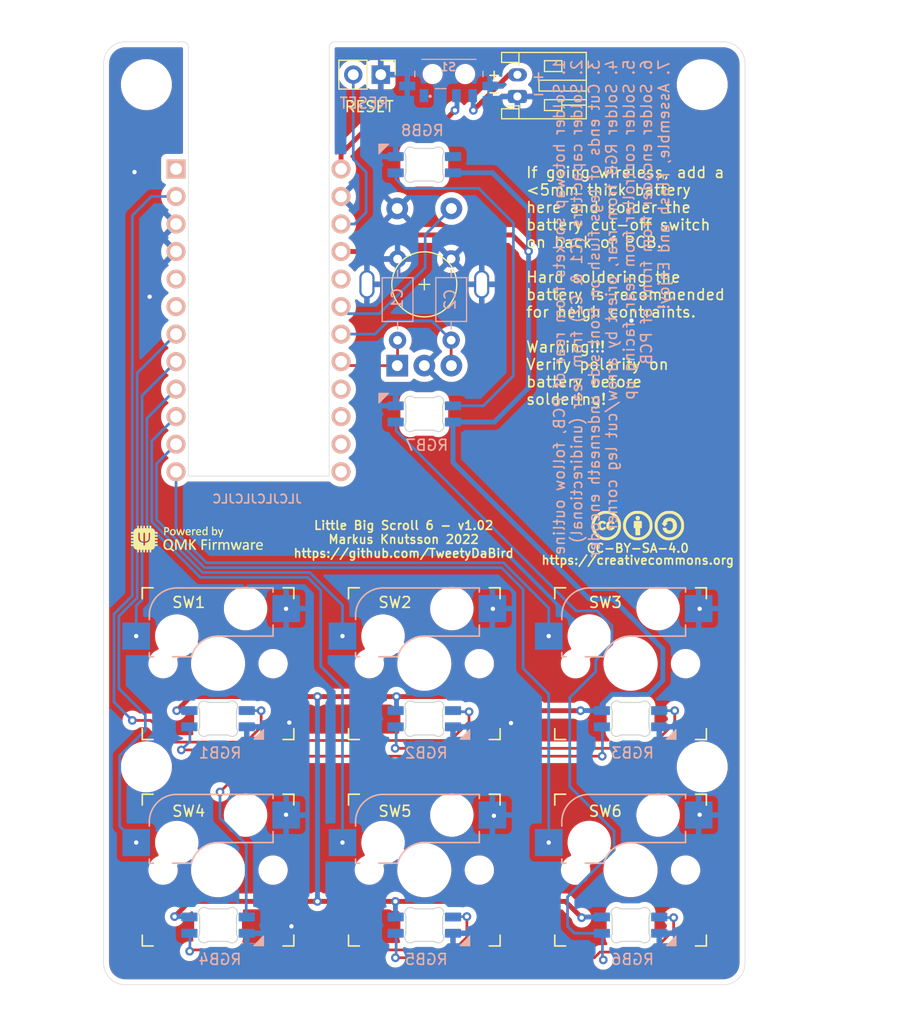
<source format=kicad_pcb>
(kicad_pcb (version 20211014) (generator pcbnew)
  (title_block (title "Little Big Scroll 6") (date "2022-07-07") (rev "v1.02") (company "Tweety's Wild Thinking") (comment 1 "Markus Knutsson <markus.knutsson@tweety.se>") (comment 2 "https://github.com/TweetyDaBird") (comment 3 "Licensed under Creative Commons BY-SA 4.0 International "))
  (layers (0 "F.Cu" signal) (31 "B.Cu" signal) (34 "B.Paste" user) (35 "F.Paste" user) (36 "B.SilkS" user "B.Silkscreen") (37 "F.SilkS" user "F.Silkscreen") (38 "B.Mask" user) (39 "F.Mask" user) (44 "Edge.Cuts" user))
  (net 0 "")
  (net 1 "EncB")
  (net 2 "GND")
  (net 3 "VCC")
  (net 4 "EncA")
  (net 5 "RGB")
  (net 6 "Key1")
  (net 7 "Key2")
  (net 8 "Key3")
  (net 9 "Key4")
  (net 10 "Key5")
  (net 11 "Key6")
  (net 12 "EncKey")
  (net 21 "BAT+")
  (net 23 "/BAT++")
  (net 24 "Net-(RGB1-Pad2)")
  (net 25 "Net-(RGB2-Pad2)")
  (net 26 "Net-(RGB3-Pad2)")
  (net 27 "Net-(RGB5-Pad2)")
  (net 28 "Net-(RGB6-Pad2)")
  (net 30 "Net-(J1-Pad2)")
  (net 31 "Net-(RGB5-Pad4)")
  (net 32 "Net-(RGB7-Pad2)")
  (footprint "Common Library:ProMicro" (layer "F.Cu") (at 94.96 71.48 -90)
    (fp_text reference "U1" hide)
    (fp_text value "ProMicro" hide)
  )
  (footprint "Keyboard Switches & Encoders:SW_MX_HotSwap" (layer "F.Cu") (at 91.22 103.16)
    (fp_text reference "SW1")
    (fp_text value "SW_MX_HS" hide)
  )
  (footprint "Keyboard Switches & Encoders:SW_MX_HotSwap" (layer "F.Cu") (at 110.27 103.16)
    (fp_text reference "SW2")
    (fp_text value "SW_MX_HS" hide)
  )
  (footprint "Keyboard Switches & Encoders:SW_MX_HotSwap" (layer "F.Cu") (at 129.32 103.16)
    (fp_text reference "SW3")
    (fp_text value "SW_MX_HS" hide)
  )
  (footprint "Keyboard Switches & Encoders:SW_MX_HotSwap" (layer "F.Cu") (at 91.22 122.21)
    (fp_text reference "SW4")
    (fp_text value "SW_MX_HS" hide)
  )
  (footprint "Keyboard Switches & Encoders:SW_MX_HotSwap" (layer "F.Cu") (at 110.27 122.21)
    (fp_text reference "SW5")
    (fp_text value "SW_MX_HS" hide)
  )
  (footprint "Keyboard Switches & Encoders:SW_MX_HotSwap" (layer "F.Cu") (at 129.32 122.21)
    (fp_text reference "SW6")
    (fp_text value "SW_MX_HS" hide)
  )
  (footprint "Keyboard Switches & Encoders:Encoder_Alps_EC11E_Small" (layer "F.Cu") (at 110.27 68.16 90)
    (fp_text reference "ENC1" hide)
    (fp_text value "Rotary_Encoder_Click" hide)
  )
  (footprint "Keyboard Switches & Encoders:RGB_SK6812MINI-E" (layer "F.Cu") (at 91.22 103.16)
    (fp_text reference "RGB1")
    (fp_text value "SK6812MINI-E")
    (fp_line (start 1.699999 4.377157) (end 1.699999 5.782841) (layer "Edge.Cuts") (width 0.1))
    (fp_line (start -1.699999 5.782841) (end -1.699999 4.377157) (layer "Edge.Cuts") (width 0.1))
    (fp_line (start 0.794452 6.579999) (end -0.794452 6.579999) (layer "Edge.Cuts") (width 0.1))
    (fp_line (start -0.794452 3.58) (end 0.794453 3.58) (layer "Edge.Cuts") (width 0.1))
    (fp_arc (start 1.046711 3.511701) (mid 1.638071 3.575964) (end 1.749484 4.160279) (layer "Edge.Cuts") (width 0.1))
    (fp_arc (start 1.749484 5.999718) (mid 1.638072 6.584034) (end 1.046711 6.648298) (layer "Edge.Cuts") (width 0.1))
    (fp_arc (start -1.749484 4.160279) (mid -1.638071 3.575964) (end -1.046711 3.5117) (layer "Edge.Cuts") (width 0.1))
    (fp_arc (start 1.749484 5.999719) (mid 1.712511 5.89407) (end 1.699999 5.782841) (layer "Edge.Cuts") (width 0.1))
    (fp_arc (start -0.794453 3.579999) (mid -0.925123 3.562622) (end -1.046711 3.5117) (layer "Edge.Cuts") (width 0.1))
    (fp_arc (start -1.046711 6.648296) (mid -1.63807 6.584033) (end -1.749484 5.999719) (layer "Edge.Cuts") (width 0.1))
    (fp_arc (start -1.04671 6.648298) (mid -0.925122 6.597376) (end -0.794452 6.579999) (layer "Edge.Cuts") (width 0.1))
    (fp_arc (start 0.794452 6.579999) (mid 0.925123 6.597376) (end 1.046711 6.648298) (layer "Edge.Cuts") (width 0.1))
    (fp_arc (start -1.749484 4.160279) (mid -1.712527 4.265931) (end -1.699999 4.377157) (layer "Edge.Cuts") (width 0.1))
    (fp_arc (start 1.699999 4.377156) (mid 1.712526 4.26593) (end 1.749484 4.160279) (layer "Edge.Cuts") (width 0.1))
    (fp_arc (start -1.699999 5.782842) (mid -1.712527 5.894067) (end -1.749484 5.999719) (layer "Edge.Cuts") (width 0.1))
    (fp_arc (start 1.046711 3.511701) (mid 0.925123 3.562623) (end 0.794453 3.58) (layer "Edge.Cuts") (width 0.1))
  )
  (footprint "Keyboard Switches & Encoders:RGB_SK6812MINI-E" (layer "F.Cu") (at 110.27 103.16)
    (fp_text reference "RGB2")
    (fp_text value "SK6812MINI-E")
    (fp_line (start 1.699999 4.377157) (end 1.699999 5.782841) (layer "Edge.Cuts") (width 0.1))
    (fp_line (start -1.699999 5.782841) (end -1.699999 4.377157) (layer "Edge.Cuts") (width 0.1))
    (fp_line (start 0.794452 6.579999) (end -0.794452 6.579999) (layer "Edge.Cuts") (width 0.1))
    (fp_line (start -0.794452 3.58) (end 0.794453 3.58) (layer "Edge.Cuts") (width 0.1))
    (fp_arc (start 1.749484 5.999718) (mid 1.638072 6.584034) (end 1.046711 6.648298) (layer "Edge.Cuts") (width 0.1))
    (fp_arc (start 1.749484 5.999719) (mid 1.712511 5.89407) (end 1.699999 5.782841) (layer "Edge.Cuts") (width 0.1))
    (fp_arc (start 1.699999 4.377156) (mid 1.712526 4.26593) (end 1.749484 4.160279) (layer "Edge.Cuts") (width 0.1))
    (fp_arc (start -1.046711 6.648296) (mid -1.63807 6.584033) (end -1.749484 5.999719) (layer "Edge.Cuts") (width 0.1))
    (fp_arc (start -1.749484 4.160279) (mid -1.638071 3.575964) (end -1.046711 3.5117) (layer "Edge.Cuts") (width 0.1))
    (fp_arc (start 1.046711 3.511701) (mid 0.925123 3.562623) (end 0.794453 3.58) (layer "Edge.Cuts") (width 0.1))
    (fp_arc (start -0.794453 3.579999) (mid -0.925123 3.562622) (end -1.046711 3.5117) (layer "Edge.Cuts") (width 0.1))
    (fp_arc (start 1.046711 3.511701) (mid 1.638071 3.575964) (end 1.749484 4.160279) (layer "Edge.Cuts") (width 0.1))
    (fp_arc (start -1.699999 5.782842) (mid -1.712527 5.894067) (end -1.749484 5.999719) (layer "Edge.Cuts") (width 0.1))
    (fp_arc (start 0.794452 6.579999) (mid 0.925123 6.597376) (end 1.046711 6.648298) (layer "Edge.Cuts") (width 0.1))
    (fp_arc (start -1.749484 4.160279) (mid -1.712527 4.265931) (end -1.699999 4.377157) (layer "Edge.Cuts") (width 0.1))
    (fp_arc (start -1.04671 6.648298) (mid -0.925122 6.597376) (end -0.794452 6.579999) (layer "Edge.Cuts") (width 0.1))
  )
  (footprint "Keyboard Switches & Encoders:RGB_SK6812MINI-E" (layer "F.Cu") (at 129.32 103.16)
    (fp_text reference "RGB3")
    (fp_text value "SK6812MINI-E")
    (fp_line (start -1.699999 5.782841) (end -1.699999 4.377157) (layer "Edge.Cuts") (width 0.1))
    (fp_line (start -0.794452 3.58) (end 0.794453 3.58) (layer "Edge.Cuts") (width 0.1))
    (fp_line (start 1.699999 4.377157) (end 1.699999 5.782841) (layer "Edge.Cuts") (width 0.1))
    (fp_line (start 0.794452 6.579999) (end -0.794452 6.579999) (layer "Edge.Cuts") (width 0.1))
    (fp_arc (start -1.699999 5.782842) (mid -1.712527 5.894067) (end -1.749484 5.999719) (layer "Edge.Cuts") (width 0.1))
    (fp_arc (start 1.749484 5.999718) (mid 1.638072 6.584034) (end 1.046711 6.648298) (layer "Edge.Cuts") (width 0.1))
    (fp_arc (start 1.046711 3.511701) (mid 0.925123 3.562623) (end 0.794453 3.58) (layer "Edge.Cuts") (width 0.1))
    (fp_arc (start -1.046711 6.648296) (mid -1.63807 6.584033) (end -1.749484 5.999719) (layer "Edge.Cuts") (width 0.1))
    (fp_arc (start 1.699999 4.377156) (mid 1.712526 4.26593) (end 1.749484 4.160279) (layer "Edge.Cuts") (width 0.1))
    (fp_arc (start -1.04671 6.648298) (mid -0.925122 6.597376) (end -0.794452 6.579999) (layer "Edge.Cuts") (width 0.1))
    (fp_arc (start -1.749484 4.160279) (mid -1.638071 3.575964) (end -1.046711 3.5117) (layer "Edge.Cuts") (width 0.1))
    (fp_arc (start 0.794452 6.579999) (mid 0.925123 6.597376) (end 1.046711 6.648298) (layer "Edge.Cuts") (width 0.1))
    (fp_arc (start 1.046711 3.511701) (mid 1.638071 3.575964) (end 1.749484 4.160279) (layer "Edge.Cuts") (width 0.1))
    (fp_arc (start -0.794453 3.579999) (mid -0.925123 3.562622) (end -1.046711 3.5117) (layer "Edge.Cuts") (width 0.1))
    (fp_arc (start 1.749484 5.999719) (mid 1.712511 5.89407) (end 1.699999 5.782841) (layer "Edge.Cuts") (width 0.1))
    (fp_arc (start -1.749484 4.160279) (mid -1.712527 4.265931) (end -1.699999 4.377157) (layer "Edge.Cuts") (width 0.1))
  )
  (footprint "Keyboard Switches & Encoders:RGB_SK6812MINI-E" (layer "F.Cu") (at 91.22 122.21)
    (fp_text reference "RGB4")
    (fp_text value "SK6812MINI-E")
    (fp_line (start 1.699999 4.377157) (end 1.699999 5.782841) (layer "Edge.Cuts") (width 0.1))
    (fp_line (start 0.794452 6.579999) (end -0.794452 6.579999) (layer "Edge.Cuts") (width 0.1))
    (fp_line (start -1.699999 5.782841) (end -1.699999 4.377157) (layer "Edge.Cuts") (width 0.1))
    (fp_line (start -0.794452 3.58) (end 0.794453 3.58) (layer "Edge.Cuts") (width 0.1))
    (fp_arc (start -1.046711 6.648296) (mid -1.63807 6.584033) (end -1.749484 5.999719) (layer "Edge.Cuts") (width 0.1))
    (fp_arc (start 1.749484 5.999719) (mid 1.712511 5.89407) (end 1.699999 5.782841) (layer "Edge.Cuts") (width 0.1))
    (fp_arc (start -1.749484 4.160279) (mid -1.638071 3.575964) (end -1.046711 3.5117) (layer "Edge.Cuts") (width 0.1))
    (fp_arc (start 1.046711 3.511701) (mid 0.925123 3.562623) (end 0.794453 3.58) (layer "Edge.Cuts") (width 0.1))
    (fp_arc (start 0.794452 6.579999) (mid 0.925123 6.597376) (end 1.046711 6.648298) (layer "Edge.Cuts") (width 0.1))
    (fp_arc (start 1.046711 3.511701) (mid 1.638071 3.575964) (end 1.749484 4.160279) (layer "Edge.Cuts") (width 0.1))
    (fp_arc (start -0.794453 3.579999) (mid -0.925123 3.562622) (end -1.046711 3.5117) (layer "Edge.Cuts") (width 0.1))
    (fp_arc (start 1.699999 4.377156) (mid 1.712526 4.26593) (end 1.749484 4.160279) (layer "Edge.Cuts") (width 0.1))
    (fp_arc (start -1.699999 5.782842) (mid -1.712527 5.894067) (end -1.749484 5.999719) (layer "Edge.Cuts") (width 0.1))
    (fp_arc (start 1.749484 5.999718) (mid 1.638072 6.584034) (end 1.046711 6.648298) (layer "Edge.Cuts") (width 0.1))
    (fp_arc (start -1.04671 6.648298) (mid -0.925122 6.597376) (end -0.794452 6.579999) (layer "Edge.Cuts") (width 0.1))
    (fp_arc (start -1.749484 4.160279) (mid -1.712527 4.265931) (end -1.699999 4.377157) (layer "Edge.Cuts") (width 0.1))
  )
  (footprint "Keyboard Switches & Encoders:RGB_SK6812MINI-E" (layer "F.Cu") (at 110.27 122.21)
    (fp_text reference "RGB5")
    (fp_text value "SK6812MINI-E")
    (fp_line (start 0.794452 6.579999) (end -0.794452 6.579999) (layer "Edge.Cuts") (width 0.1))
    (fp_line (start -1.699999 5.782841) (end -1.699999 4.377157) (layer "Edge.Cuts") (width 0.1))
    (fp_line (start 1.699999 4.377157) (end 1.699999 5.782841) (layer "Edge.Cuts") (width 0.1))
    (fp_line (start -0.794452 3.58) (end 0.794453 3.58) (layer "Edge.Cuts") (width 0.1))
    (fp_arc (start 0.794452 6.579999) (mid 0.925123 6.597376) (end 1.046711 6.648298) (layer "Edge.Cuts") (width 0.1))
    (fp_arc (start -0.794453 3.579999) (mid -0.925123 3.562622) (end -1.046711 3.5117) (layer "Edge.Cuts") (width 0.1))
    (fp_arc (start 1.699999 4.377156) (mid 1.712526 4.26593) (end 1.749484 4.160279) (layer "Edge.Cuts") (width 0.1))
    (fp_arc (start -1.749484 4.160279) (mid -1.638071 3.575964) (end -1.046711 3.5117) (layer "Edge.Cuts") (width 0.1))
    (fp_arc (start 1.046711 3.511701) (mid 0.925123 3.562623) (end 0.794453 3.58) (layer "Edge.Cuts") (width 0.1))
    (fp_arc (start -1.699999 5.782842) (mid -1.712527 5.894067) (end -1.749484 5.999719) (layer "Edge.Cuts") (width 0.1))
    (fp_arc (start -1.749484 4.160279) (mid -1.712527 4.265931) (end -1.699999 4.377157) (layer "Edge.Cuts") (width 0.1))
    (fp_arc (start -1.04671 6.648298) (mid -0.925122 6.597376) (end -0.794452 6.579999) (layer "Edge.Cuts") (width 0.1))
    (fp_arc (start -1.046711 6.648296) (mid -1.63807 6.584033) (end -1.749484 5.999719) (layer "Edge.Cuts") (width 0.1))
    (fp_arc (start 1.749484 5.999718) (mid 1.638072 6.584034) (end 1.046711 6.648298) (layer "Edge.Cuts") (width 0.1))
    (fp_arc (start 1.749484 5.999719) (mid 1.712511 5.89407) (end 1.699999 5.782841) (layer "Edge.Cuts") (width 0.1))
    (fp_arc (start 1.046711 3.511701) (mid 1.638071 3.575964) (end 1.749484 4.160279) (layer "Edge.Cuts") (width 0.1))
  )
  (footprint "Keyboard Switches & Encoders:RGB_SK6812MINI-E" (layer "F.Cu") (at 129.32 122.21)
    (fp_text reference "RGB6")
    (fp_text value "SK6812MINI-E")
    (fp_line (start -1.699999 5.782841) (end -1.699999 4.377157) (layer "Edge.Cuts") (width 0.1))
    (fp_line (start 1.699999 4.377157) (end 1.699999 5.782841) (layer "Edge.Cuts") (width 0.1))
    (fp_line (start -0.794452 3.58) (end 0.794453 3.58) (layer "Edge.Cuts") (width 0.1))
    (fp_line (start 0.794452 6.579999) (end -0.794452 6.579999) (layer "Edge.Cuts") (width 0.1))
    (fp_arc (start -1.749484 4.160279) (mid -1.712527 4.265931) (end -1.699999 4.377157) (layer "Edge.Cuts") (width 0.1))
    (fp_arc (start 1.046711 3.511701) (mid 0.925123 3.562623) (end 0.794453 3.58) (layer "Edge.Cuts") (width 0.1))
    (fp_arc (start -0.794453 3.579999) (mid -0.925123 3.562622) (end -1.046711 3.5117) (layer "Edge.Cuts") (width 0.1))
    (fp_arc (start -1.04671 6.648298) (mid -0.925122 6.597376) (end -0.794452 6.579999) (layer "Edge.Cuts") (width 0.1))
    (fp_arc (start 1.046711 3.511701) (mid 1.638071 3.575964) (end 1.749484 4.160279) (layer "Edge.Cuts") (width 0.1))
    (fp_arc (start -1.699999 5.782842) (mid -1.712527 5.894067) (end -1.749484 5.999719) (layer "Edge.Cuts") (width 0.1))
    (fp_arc (start -1.749484 4.160279) (mid -1.638071 3.575964) (end -1.046711 3.5117) (layer "Edge.Cuts") (width 0.1))
    (fp_arc (start 1.749484 5.999719) (mid 1.712511 5.89407) (end 1.699999 5.782841) (layer "Edge.Cuts") (width 0.1))
    (fp_arc (start 1.699999 4.377156) (mid 1.712526 4.26593) (end 1.749484 4.160279) (layer "Edge.Cuts") (width 0.1))
    (fp_arc (start 0.794452 6.579999) (mid 0.925123 6.597376) (end 1.046711 6.648298) (layer "Edge.Cuts") (width 0.1))
    (fp_arc (start 1.749484 5.999718) (mid 1.638072 6.584034) (end 1.046711 6.648298) (layer "Edge.Cuts") (width 0.1))
    (fp_arc (start -1.046711 6.648296) (mid -1.63807 6.584033) (end -1.749484 5.999719) (layer "Edge.Cuts") (width 0.1))
  )
  (footprint "Keyboard Switches & Encoders:RGB_SK6812MINI-E" (layer "F.Cu") (at 110.27 62.2 180)
    (fp_text reference "RGB8")
    (fp_text value "SK6812MINI-E")
    (fp_line (start 1.699999 4.377157) (end 1.699999 5.782841) (layer "Edge.Cuts") (width 0.1))
    (fp_line (start -0.794452 3.58) (end 0.794453 3.58) (layer "Edge.Cuts") (width 0.1))
    (fp_line (start 0.794452 6.579999) (end -0.794452 6.579999) (layer "Edge.Cuts") (width 0.1))
    (fp_line (start -1.699999 5.782841) (end -1.699999 4.377157) (layer "Edge.Cuts") (width 0.1))
    (fp_arc (start 0.794452 6.579999) (mid 0.925123 6.597376) (end 1.046711 6.648298) (layer "Edge.Cuts") (width 0.1))
    (fp_arc (start 1.749484 5.999719) (mid 1.712511 5.89407) (end 1.699999 5.782841) (layer "Edge.Cuts") (width 0.1))
    (fp_arc (start 1.699999 4.377156) (mid 1.712526 4.26593) (end 1.749484 4.160279) (layer "Edge.Cuts") (width 0.1))
    (fp_arc (start 1.749484 5.999718) (mid 1.638072 6.584034) (end 1.046711 6.648298) (layer "Edge.Cuts") (width 0.1))
    (fp_arc (start -0.794453 3.579999) (mid -0.925123 3.562622) (end -1.046711 3.5117) (layer "Edge.Cuts") (width 0.1))
    (fp_arc (start -1.699999 5.782842) (mid -1.712527 5.894067) (end -1.749484 5.999719) (layer "Edge.Cuts") (width 0.1))
    (fp_arc (start 1.046711 3.511701) (mid 1.638071 3.575964) (end 1.749484 4.160279) (layer "Edge.Cuts") (width 0.1))
    (fp_arc (start -1.749484 4.160279) (mid -1.638071 3.575964) (end -1.046711 3.5117) (layer "Edge.Cuts") (width 0.1))
    (fp_arc (start 1.046711 3.511701) (mid 0.925123 3.562623) (end 0.794453 3.58) (layer "Edge.Cuts") (width 0.1))
    (fp_arc (start -1.04671 6.648298) (mid -0.925122 6.597376) (end -0.794452 6.579999) (layer "Edge.Cuts") (width 0.1))
    (fp_arc (start -1.046711 6.648296) (mid -1.63807 6.584033) (end -1.749484 5.999719) (layer "Edge.Cuts") (width 0.1))
    (fp_arc (start -1.749484 4.160279) (mid -1.712527 4.265931) (end -1.699999 4.377157) (layer "Edge.Cuts") (width 0.1))
  )
  (footprint "Keyboard Switches & Encoders:RGB_SK6812MINI-E" (layer "F.Cu") (at 110.27 85.195 180)
    (fp_text reference "RGB7")
    (fp_text value "SK6812MINI-E")
    (fp_line (start -1.699999 5.782841) (end -1.699999 4.377157) (layer "Edge.Cuts") (width 0.1))
    (fp_line (start 0.794452 6.579999) (end -0.794452 6.579999) (layer "Edge.Cuts") (width 0.1))
    (fp_line (start -0.794452 3.58) (end 0.794453 3.58) (layer "Edge.Cuts") (width 0.1))
    (fp_line (start 1.699999 4.377157) (end 1.699999 5.782841) (layer "Edge.Cuts") (width 0.1))
    (fp_arc (start -1.699999 5.782842) (mid -1.712527 5.894067) (end -1.749484 5.999719) (layer "Edge.Cuts") (width 0.1))
    (fp_arc (start -1.046711 6.648296) (mid -1.63807 6.584033) (end -1.749484 5.999719) (layer "Edge.Cuts") (width 0.1))
    (fp_arc (start 1.046711 3.511701) (mid 1.638071 3.575964) (end 1.749484 4.160279) (layer "Edge.Cuts") (width 0.1))
    (fp_arc (start 1.699999 4.377156) (mid 1.712526 4.26593) (end 1.749484 4.160279) (layer "Edge.Cuts") (width 0.1))
    (fp_arc (start -1.749484 4.160279) (mid -1.638071 3.575964) (end -1.046711 3.5117) (layer "Edge.Cuts") (width 0.1))
    (fp_arc (start 1.749484 5.999718) (mid 1.638072 6.584034) (end 1.046711 6.648298) (layer "Edge.Cuts") (width 0.1))
    (fp_arc (start 1.749484 5.999719) (mid 1.712511 5.89407) (end 1.699999 5.782841) (layer "Edge.Cuts") (width 0.1))
    (fp_arc (start 1.046711 3.511701) (mid 0.925123 3.562623) (end 0.794453 3.58) (layer "Edge.Cuts") (width 0.1))
    (fp_arc (start -1.749484 4.160279) (mid -1.712527 4.265931) (end -1.699999 4.377157) (layer "Edge.Cuts") (width 0.1))
    (fp_arc (start 0.794452 6.579999) (mid 0.925123 6.597376) (end 1.046711 6.648298) (layer "Edge.Cuts") (width 0.1))
    (fp_arc (start -0.794453 3.579999) (mid -0.925123 3.562622) (end -1.046711 3.5117) (layer "Edge.Cuts") (width 0.1))
    (fp_arc (start -1.04671 6.648298) (mid -0.925122 6.597376) (end -0.794452 6.579999) (layer "Edge.Cuts") (width 0.1))
  )
  (footprint "Keyboard Switches & Encoders:Spacer PCB hole" (layer "F.Cu") (at 84.6 112.685)
    (fp_text reference "H1" hide)
    (fp_text value "Spacer_PCB" hide)
  )
  (footprint "Keyboard Switches & Encoders:Spacer PCB hole" (layer "F.Cu") (at 135.94 112.685)
    (fp_text reference "H2" hide)
    (fp_text value "Spacer_PCB" hide)
  )
  (footprint "Keyboard Switches & Encoders:Spacer PCB hole" (layer "F.Cu") (at 135.94 49.73)
    (fp_text reference "H3" hide)
    (fp_text value "Spacer_PCB" hide)
  )
  (footprint "Keyboard Switches & Encoders:Spacer PCB hole" (layer "F.Cu") (at 84.6 49.73)
    (fp_text reference "H4" hide)
    (fp_text value "Spacer_PCB" hide)
  )
  (footprint "Connector_PinHeader_2.54mm:PinHeader_1x02_P2.54mm_Vertical" (layer "F.Cu") (at 106.25 48.81 -90)
    (fp_text reference "J1" hide)
    (fp_text value "Conn_01x02")
  )
  (footprint "Connector_JST:JST_PH_S2B-PH-K_1x02_P2.00mm_Horizontal" (layer "F.Cu") (at 118.87 50.82 90)
    (fp_text reference "J2" hide)
    (fp_text value "Conn_01x02")
  )
  (footprint "Logotypes:Powered_by_QMK" (layer "F.Cu") (at 89.29 91.65)
    (fp_text reference "Logo2" hide)
    (fp_text value "QMK_Logo" hide)
  )
  (footprint "Logotypes:CC_BY_SA_40" (layer "F.Cu") (at 130.026958 91.345945)
    (fp_text reference "Logo1")
    (fp_text value "CC-BY-SA-4.0")
  )
  (footprint "Capacitor_THT:C_Axial_L3.8mm_D2.6mm_P7.50mm_Horizontal" (layer "B.Cu") (at 112.75 65.81 -90)
    (fp_text reference "C2")
    (fp_text value "C_Small")
  )
  (footprint "Capacitor_THT:C_Axial_L3.8mm_D2.6mm_P7.50mm_Horizontal" (layer "B.Cu") (at 107.8 73.32 90)
    (fp_text reference "C1")
    (fp_text value "C_Small")
  )
  (footprint "Keyboard Switches & Encoders:MSK12C02" (layer "B.Cu") (at 112.54 48.75)
    (fp_text reference "S1")
    (fp_text value "MSK12C02" hide)
  )
  (gr_arc (start 80.65 47.780399) (mid 81.235903 46.365903) (end 82.650399 45.78) (layer "Edge.Cuts") (width 0.05))
  (gr_arc (start 82.650399 132.790399) (mid 81.235903 132.204496) (end 80.65 130.79) (layer "Edge.Cuts") (width 0.05))
  (gr_arc (start 137.89 45.78) (mid 139.304496 46.365903) (end 139.890399 47.780399) (layer "Edge.Cuts") (width 0.05))
  (gr_line (start 101.485 85.85) (end 101.485 46.28) (layer "Edge.Cuts") (width 0.05))
  (gr_line (start 139.890399 47.780399) (end 139.89 130.789601) (layer "Edge.Cuts") (width 0.05))
  (gr_line (start 101.985 45.78) (end 137.89 45.78) (layer "Edge.Cuts") (width 0.05))
  (gr_line (start 80.65 130.79) (end 80.65 47.800399) (layer "Edge.Cuts") (width 0.05))
  (gr_arc (start 139.89 130.789601) (mid 139.304097 132.204097) (end 137.889601 132.79) (layer "Edge.Cuts") (width 0.05))
  (gr_arc (start 87.985 45.78) (mid 88.338553 45.926447) (end 88.485 46.28) (layer "Edge.Cuts") (width 0.05))
  (gr_arc (start 101.485 46.28) (mid 101.631447 45.926447) (end 101.985 45.78) (layer "Edge.Cuts") (width 0.05))
  (gr_line (start 88.485 46.28) (end 88.485 85.85) (layer "Edge.Cuts") (width 0.05))
  (gr_line (start 88.485 85.85) (end 101.485 85.85) (layer "Edge.Cuts") (width 0.05))
  (gr_line (start 82.650399 45.78) (end 87.985 45.78) (layer "Edge.Cuts") (width 0.05))
  (gr_line (start 137.889601 132.79) (end 82.650399 132.790399) (layer "Edge.Cuts") (width 0.05))
  (gr_text "RESET" (at 104.71 51.44) (layer "B.SilkS") (effects (font (size 1 1)) (justify mirror)))
  (gr_text "+\n-" (at 120.82 49.77) (layer "B.SilkS") (effects (font (size 1 1)) (justify mirror)))
  (gr_text "1. Solder hotswap sockets from rear of PCB, follow outline\n2. Solder capacitors (C1 & C2) from rear (unidirectional)\n3. Cut ends of legs flush on front side underneath encoder\n4. Solder RGB from rear, orient by arrow/cut leg corner\n5. Solder controller from rear, facing up\n6. Solder encoder from front of PCB\n7. Assemble, Flash and Enjoy!" (at 127.57 47.33 90) (layer "B.SilkS") (effects (font (size 1 1)) (justify left mirror)))
  (gr_text "JLCJLCJLCJLC" (at 94.83 87.96) (layer "B.SilkS") (effects (font (size 0.8 0.8)) (justify mirror)))
  (gr_text "If going wireless, add a \n<5mm thick battery\nhere and solder the \nbattery cut-off switch\non back of PCB. \n\nHard soldering the\nbattery is recommended\nfor heigh contraints.\n\nWarning!!!\nVerify polarity on \nbattery before \nsoldering!" (at 119.59 68.3) (layer "F.SilkS") (effects (font (size 1 1)) (justify left)))
  (gr_text "RESET" (at 105.18 51.76) (layer "F.SilkS") (effects (font (size 1 1))))
  (gr_text "Little Big Scroll 6 - v1.02\nMarkus Knutsson 2022\nhttps://github.com/TweetyDaBird" (at 108.361388 91.69) (layer "F.SilkS") (effects (font (size 0.8 0.8))))
  (gr_text "+\n-" (at 116.72 49.61) (layer "F.SilkS") (effects (font (size 1 1))))
  (segment (start 112.75 75.64) (end 112.77 75.66) (width 0.25) (layer "F.Cu") (net 1))
  (segment (start 112.75 73.31) (end 112.75 75.64) (width 0.25) (layer "F.Cu") (net 1))
  (segment (start 105.71 72.75) (end 102.58 72.75) (width 0.25) (layer "B.Cu") (net 1))
  (segment (start 112.75 73.31) (end 110.98 71.54) (width 0.25) (layer "B.Cu") (net 1))
  (segment (start 110.98 71.54) (end 106.92 71.54) (width 0.25) (layer "B.Cu") (net 1))
  (segment (start 106.92 71.54) (end 105.71 72.75) (width 0.25) (layer "B.Cu") (net 1))
  (via (at 98 127.4) (size 0.8) (drill 0.4) (layers "F.Cu" "B.Cu") (net 2))
  (via (at 118.2755 108.643082) (size 0.8) (drill 0.4) (layers "F.Cu" "B.Cu") (net 2))
  (via (at 129.4 71.5) (size 0.8) (drill 0.4) (layers "F.Cu" "B.Cu") (net 2))
  (via (at 84.9 69.3) (size 0.8) (drill 0.4) (layers "F.Cu" "B.Cu") (net 2))
  (via (at 116.6 98.1) (size 0.8) (drill 0.4) (layers "F.Cu" "B.Cu") (net 2))
  (via (at 97.5 117.1) (size 0.8) (drill 0.4) (layers "F.Cu" "B.Cu") (net 2))
  (via (at 116.7 117.2) (size 0.8) (drill 0.4) (layers "F.Cu" "B.Cu") (net 2))
  (via (at 135.7 98.1) (size 0.8) (drill 0.4) (layers "F.Cu" "B.Cu") (net 2))
  (via (at 97.5 98.1) (size 0.8) (drill 0.4) (layers "F.Cu" "B.Cu") (net 2))
  (via (at 97.8 108.6) (size 0.8) (drill 0.4) (layers "F.Cu" "B.Cu") (net 2))
  (via (at 135.7 117.1) (size 0.8) (drill 0.4) (layers "F.Cu" "B.Cu") (net 2))
  (via (at 83.5 57.8) (size 0.8) (drill 0.4) (layers "F.Cu" "B.Cu") (net 2))
  (segment (start 100.4 125.1) (end 107.6 125.1) (width 0.45) (layer "F.Cu") (net 3))
  (segment (start 88.7 106.2) (end 100.4 106.2) (width 0.45) (layer "F.Cu") (net 3))
  (segment (start 123.3 125.1) (end 124.8 126.6) (width 0.45) (layer "F.Cu") (net 3))
  (segment (start 87.4 107.5) (end 88.7 106.2) (width 0.45) (layer "F.Cu") (net 3))
  (segment (start 106.11 63.6) (end 118.4 63.6) (width 0.45) (layer "F.Cu") (net 3))
  (segment (start 124.7 107.5) (end 121 107.5) (width 0.45) (layer "F.Cu") (net 3))
  (segment (start 104.58 65.13) (end 106.11 63.6) (width 0.45) (layer "F.Cu") (net 3))
  (segment (start 107.7 106.2) (end 100.4 106.2) (width 0.45) (layer "F.Cu") (net 3))
  (segment (start 118.4 63.6) (end 119.9 65.1) (width 0.45) (layer "F.Cu") (net 3))
  (segment (start 119.7 106.2) (end 107.7 106.2) (width 0.45) (layer "F.Cu") (net 3))
  (segment (start 121 107.5) (end 119.7 106.2) (width 0.45) (layer "F.Cu") (net 3))
  (segment (start 102.58 65.13) (end 104.58 65.13) (width 0.45) (layer "F.Cu") (net 3))
  (segment (start 88.6 125.1) (end 87.2 126.5) (width 0.45) (layer "F.Cu") (net 3))
  (segment (start 107.6 125.1) (end 123.3 125.1) (width 0.45) (layer "F.Cu") (net 3))
  (segment (start 100.4 125.1) (end 88.6 125.1) (width 0.45) (layer "F.Cu") (net 3))
  (via (at 100.4 106.2) (size 0.8) (drill 0.4) (layers "F.Cu" "B.Cu") (net 3))
  (via (at 107.7 106.2) (size 0.8) (drill 0.4) (layers "F.Cu" "B.Cu") (net 3))
  (via (at 107.6 125.1) (size 0.8) (drill 0.4) (layers "F.Cu" "B.Cu") (net 3))
  (via (at 124.7 107.5) (size 0.8) (drill 0.4) (layers "F.Cu" "B.Cu") (net 3))
  (via (at 87.4 107.5) (size 0.8) (drill 0.4) (layers "F.Cu" "B.Cu") (net 3))
  (via (at 87.2 126.5) (size 0.8) (drill 0.4) (layers "F.Cu" "B.Cu") (net 3))
  (via (at 100.4 125.1) (size 0.8) (drill 0.4) (layers "F.Cu" "B.Cu") (net 3))
  (via (at 119.9 65.1) (size 0.8) (drill 0.4) (layers "F.Cu" "B.Cu") (net 3))
  (via (at 124.8 126.6) (size 0.8) (drill 0.4) (layers "F.Cu" "B.Cu") (net 3))
  (segment (start 124.710001 107.489999) (end 124.7 107.5) (width 0.45) (layer "B.Cu") (net 3))
  (segment (start 132.3 104.7) (end 131 106) (width 0.45) (layer "B.Cu") (net 3))
  (segment (start 107.7 107.459999) (end 107.67 107.489999) (width 0.45) (layer "B.Cu") (net 3))
  (segment (start 107.6 126.469999) (end 107.67 126.539999) (width 0.45) (layer "B.Cu") (net 3))
  (segment (start 124.860001 126.539999) (end 124.8 126.6) (width 0.45) (layer "B.Cu") (net 3))
  (segment (start 127.6 106) (end 126.67 106.93) (width 0.45) (layer "B.Cu") (net 3))
  (segment (start 119.9 65.1) (end 119.9 77.7) (width 0.45) (layer "B.Cu") (net 3))
  (segment (start 116.134999 80.865001) (end 116.734999 80.865001) (width 0.45) (layer "B.Cu") (net 3))
  (segment (start 125.5181 97.2) (end 127.7 97.2) (width 0.45) (layer "B.Cu") (net 3))
  (segment (start 112.92 80.865001) (end 116.134999 80.865001) (width 0.45) (layer "B.Cu") (net 3))
  (segment (start 126.67 106.93) (end 126.67 107.489999) (width 0.45) (layer "B.Cu") (net 3))
  (segment (start 119.9 61.2) (end 119.9 65.1) (width 0.45) (layer "B.Cu") (net 3))
  (segment (start 87.410001 107.489999) (end 87.4 107.5) (width 0.45) (layer "B.Cu") (net 3))
  (segment (start 87.2 126.5) (end 88.580001 126.5) (width 0.45) (layer "B.Cu") (net 3))
  (segment (start 107.7 106.2) (end 107.7 107.459999) (width 0.45) (layer "B.Cu") (net 3))
  (segment (start 132.3 101.8) (end 132.3 104.7) (width 0.45) (layer "B.Cu") (net 3))
  (segment (start 126.72 126.539999) (end 124.860001 126.539999) (width 0.45) (layer "B.Cu") (net 3))
  (segment (start 112.92 84.6019) (end 125.5181 97.2) (width 0.45) (layer "B.Cu") (net 3))
  (segment (start 131 106) (end 127.6 106) (width 0.45) (layer "B.Cu") (net 3))
  (segment (start 116.734999 80.865001) (end 119.9 77.7) (width 0.45) (layer "B.Cu") (net 3))
  (segment (start 100.4 125.1) (end 100.4 106.2) (width 0.45) (layer "B.Cu") (net 3))
  (segment (start 126.72 107.489999) (end 124.710001 107.489999) (width 0.45) (layer "B.Cu") (net 3))
  (segment (start 112.87 57.870001) (end 116.570001 57.870001) (width 0.45) (layer "B.Cu") (net 3))
  (segment (start 116.570001 57.870001) (end 119.9 61.2) (width 0.45) (layer "B.Cu") (net 3))
  (segment (start 112.92 80.865001) (end 112.92 84.6019) (width 0.45) (layer "B.Cu") (net 3))
  (segment (start 107.6 125.1) (end 107.6 126.469999) (width 0.45) (layer "B.Cu") (net 3))
  (segment (start 88.62 107.489999) (end 87.410001 107.489999) (width 0.45) (layer "B.Cu") (net 3))
  (segment (start 127.7 97.2) (end 132.3 101.8) (width 0.45) (layer "B.Cu") (net 3))
  (segment (start 105.57 75.65) (end 102.94 75.65) (width 0.25) (layer "F.Cu") (net 4))
  (segment (start 102.94 75.65) (end 102.58 75.29) (width 0.25) (layer "F.Cu") (net 4))
  (segment (start 107.77 75.66) (end 105.58 75.66) (width 0.25) (layer "F.Cu") (net 4))
  (segment (start 107.8 73.32) (end 107.8 75.63) (width 0.25) (layer "F.Cu") (net 4))
  (segment (start 107.8 75.63) (end 107.77 75.66) (width 0.25) (layer "F.Cu") (net 4))
  (segment (start 105.58 75.66) (end 105.57 75.65) (width 0.25) (layer "F.Cu") (net 4))
  (segment (start 95.2 107.5) (end 95.2 109) (width 0.25) (layer "F.Cu") (net 5))
  (segment (start 93.8 110.4) (end 87 110.4) (width 0.25) (layer "F.Cu") (net 5))
  (segment (start 85 108.4) (end 83.3 108.4) (width 0.25) (layer "F.Cu") (net 5))
  (segment (start 95.2 109) (end 93.8 110.4) (width 0.25) (layer "F.Cu") (net 5))
  (segment (start 87 110.4) (end 85 108.4) (width 0.25) (layer "F.Cu") (net 5))
  (via (at 83.3 108.4) (size 0.8) (drill 0.4) (layers "F.Cu" "B.Cu") (net 5))
  (via (at 95.2 107.5) (size 0.8) (drill 0.4) (layers "F.Cu" "B.Cu") (net 5))
  (segment (start 83.3 61.8102) (end 85.0602 60.05) (width 0.25) (layer "B.Cu") (net 5))
  (segment (start 93.82 107.489999) (end 95.189999 107.489999) (width 0.25) (layer "B.Cu") (net 5))
  (segment (start 83.3 96.9) (end 83.3 61.8102) (width 0.25) (layer "B.Cu") (net 5))
  (segment (start 81.610978 106.710978) (end 81.610978 98.589022) (width 0.25) (layer "B.Cu") (net 5))
  (segment (start 81.610978 98.589022) (end 83.3 96.9) (width 0.25) (layer "B.Cu") (net 5))
  (segment (start 85.0602 60.05) (end 87.34 60.05) (width 0.25) (layer "B.Cu") (net 5))
  (segment (start 83.3 108.4) (end 81.610978 106.710978) (width 0.25) (layer "B.Cu") (net 5))
  (segment (start 95.189999 107.489999) (end 95.2 107.5) (width 0.25) (layer "B.Cu") (net 5))
  (via (at 83.66 100.62) (size 0.8) (drill 0.4) (layers "F.Cu" "B.Cu") (net 6))
  (segment (start 84.199021 78.430979) (end 87.34 75.29) (width 0.25) (layer "B.Cu") (net 6))
  (segment (start 83.66 100.62) (end 83.66 97.811408) (width 0.25) (layer "B.Cu") (net 6))
  (segment (start 83.66 97.811408) (end 84.199021 97.272387) (width 0.25) (layer "B.Cu") (net 6))
  (segment (start 84.199021 97.272387) (end 84.199021 78.430979) (width 0.25) (layer "B.Cu") (net 6))
  (via (at 102.71 100.62) (size 0.8) (drill 0.4) (layers "F.Cu" "B.Cu") (net 7))
  (segment (start 89.779081 94.750489) (end 85.098043 90.069451) (width 0.25) (layer "B.Cu") (net 7))
  (segment (start 85.098043 82.611957) (end 87.34 80.37) (width 0.25) (layer "B.Cu") (net 7))
  (segment (start 99.686193 94.750489) (end 89.779081 94.750489) (width 0.25) (layer "B.Cu") (net 7))
  (segment (start 102.71 100.62) (end 102.71 97.774296) (width 0.25) (layer "B.Cu") (net 7))
  (segment (start 102.71 97.774296) (end 99.686193 94.750489) (width 0.25) (layer "B.Cu") (net 7))
  (segment (start 85.098043 90.069451) (end 85.098043 82.611957) (width 0.25) (layer "B.Cu") (net 7))
  (via (at 121.76 100.62) (size 0.8) (drill 0.4) (layers "F.Cu" "B.Cu") (net 8))
  (segment (start 121.76 98.024296) (end 121.76 100.62) (width 0.25) (layer "B.Cu") (net 8))
  (segment (start 117.587172 93.851468) (end 121.76 98.024296) (width 0.25) (layer "B.Cu") (net 8))
  (segment (start 87.34 91.04) (end 90.151468 93.851468) (width 0.25) (layer "B.Cu") (net 8))
  (segment (start 90.151468 93.851468) (end 117.587172 93.851468) (width 0.25) (layer "B.Cu") (net 8))
  (segment (start 87.34 85.45) (end 87.34 91.04) (width 0.25) (layer "B.Cu") (net 8))
  (via (at 83.66 119.67) (size 0.8) (drill 0.4) (layers "F.Cu" "B.Cu") (net 9))
  (segment (start 84.5 109.3) (end 82.135 111.665) (width 0.25) (layer "B.Cu") (net 9))
  (segment (start 83.635 119.67) (end 83.66 119.67) (width 0.25) (layer "B.Cu") (net 9))
  (segment (start 82.135 118.17) (end 83.635 119.67) (width 0.25) (layer "B.Cu") (net 9))
  (segment (start 84.5 107.9) (end 84.5 109.3) (width 0.25) (layer "B.Cu") (net 9))
  (segment (start 82.060489 105.460489) (end 84.5 107.9) (width 0.25) (layer "B.Cu") (net 9))
  (segment (start 83.74951 76.34049) (end 83.74951 97.086194) (width 0.25) (layer "B.Cu") (net 9))
  (segment (start 82.060489 98.775215) (end 82.060489 105.460489) (width 0.25) (layer "B.Cu") (net 9))
  (segment (start 87.34 72.75) (end 83.74951 76.34049) (width 0.25) (layer "B.Cu") (net 9))
  (segment (start 82.135 111.665) (end 82.135 118.17) (width 0.25) (layer "B.Cu") (net 9))
  (segment (start 83.74951 97.086194) (end 82.060489 98.775215) (width 0.25) (layer "B.Cu") (net 9))
  (via (at 102.71 119.67) (size 0.8) (drill 0.4) (layers "F.Cu" "B.Cu") (net 10))
  (segment (start 100.7 96.4) (end 100.7 103.4) (width 0.25) (layer "B.Cu") (net 10))
  (segment (start 102.71 105.41) (end 102.71 119.67) (width 0.25) (layer "B.Cu") (net 10))
  (segment (start 99.5 95.2) (end 100.7 96.4) (width 0.25) (layer "B.Cu") (net 10))
  (segment (start 84.648532 80.521468) (end 84.648532 90.255644) (width 0.25) (layer "B.Cu") (net 10))
  (segment (start 84.648532 90.255644) (end 89.592888 95.2) (width 0.25) (layer "B.Cu") (net 10))
  (segment (start 100.7 103.4) (end 102.71 105.41) (width 0.25) (layer "B.Cu") (net 10))
  (segment (start 89.592888 95.2) (end 99.5 95.2) (width 0.25) (layer "B.Cu") (net 10))
  (segment (start 87.34 77.83) (end 84.648532 80.521468) (width 0.25) (layer "B.Cu") (net 10))
  (via (at 121.76 119.67) (size 0.8) (drill 0.4) (layers "F.Cu" "B.Cu") (net 11))
  (segment (start 117.400978 94.300978) (end 119.4 96.3) (width 0.25) (layer "B.Cu") (net 11))
  (segment (start 119.4 103.6) (end 121.76 105.96) (width 0.25) (layer "B.Cu") (net 11))
  (segment (start 85.547554 89.883258) (end 89.965274 94.300978) (width 0.25) (layer "B.Cu") (net 11))
  (segment (start 121.76 105.96) (end 121.76 119.67) (width 0.25) (layer "B.Cu") (net 11))
  (segment (start 87.34 82.91) (end 85.547554 84.702446) (width 0.25) (layer "B.Cu") (net 11))
  (segment (start 119.4 96.3) (end 119.4 103.6) (width 0.25) (layer "B.Cu") (net 11))
  (segment (start 89.965274 94.300978) (end 117.400978 94.300978) (width 0.25) (layer "B.Cu") (net 11))
  (segment (start 85.547554 84.702446) (end 85.547554 89.883258) (width 0.25) (layer "B.Cu") (net 11))
  (segment (start 106.1037 70.866) (end 110.35 66.6197) (width 0.25) (layer "B.Cu") (net 12))
  (segment (start 102.58 70.21) (end 103.236 70.866) (width 0.25) (layer "B.Cu") (net 12))
  (segment (start 103.236 70.866) (end 106.1037 70.866) (width 0.25) (layer "B.Cu") (net 12))
  (segment (start 110.35 63.58) (end 112.77 61.16) (width 0.25) (layer "B.Cu") (net 12))
  (segment (start 110.35 66.6197) (end 110.35 63.58) (width 0.25) (layer "B.Cu") (net 12))
  (segment (start 111.9 53.3) (end 105.4 53.3) (width 0.45) (layer "F.Cu") (net 21))
  (segment (start 102.58 56.12) (end 102.58 57.51) (width 0.45) (layer "F.Cu") (net 21))
  (segment (start 113.1 52.1) (end 111.9 53.3) (width 0.45) (layer "F.Cu") (net 21))
  (segment (start 105.4 53.3) (end 102.58 56.12) (width 0.45) (layer "F.Cu") (net 21))
  (via (at 113.1 52.1) (size 0.8) (drill 0.4) (layers "F.Cu" "B.Cu") (net 21))
  (segment (start 113.29 51.91) (end 113.1 52.1) (width 0.45) (layer "B.Cu") (net 21))
  (segment (start 113.29 50.6) (end 113.29 51.91) (width 0.45) (layer "B.Cu") (net 21))
  (segment (start 114.8 52.1) (end 118.08 48.82) (width 0.45) (layer "F.Cu") (net 23))
  (segment (start 118.08 48.82) (end 118.87 48.82) (width 0.45) (layer "F.Cu") (net 23))
  (via (at 114.8 52.1) (size 0.8) (drill 0.4) (layers "F.Cu" "B.Cu") (net 23))
  (segment (start 114.79 50.6) (end 114.79 52.09) (width 0.45) (layer "B.Cu") (net 23))
  (segment (start 114.79 52.09) (end 114.8 52.1) (width 0.45) (layer "B.Cu") (net 23))
  (segment (start 94.984705 110.250999) (end 94.111204 111.1245) (width 0.25) (layer "F.Cu") (net 24))
  (segment (start 94.111204 111.1245) (end 87.830315 111.1245) (width 0.25) (layer "F.Cu") (net 24))
  (segment (start 114.4 107.6) (end 114.4 108.53) (width 0.25) (layer "F.Cu") (net 24))
  (segment (start 112.679001 110.250999) (end 94.984705 110.250999) (width 0.25) (layer "F.Cu") (net 24))
  (segment (start 114.4 108.53) (end 112.679001 110.250999) (width 0.25) (layer "F.Cu") (net 24))
  (via (at 114.4 107.6) (size 0.8) (drill 0.4) (layers "F.Cu" "B.Cu") (net 24))
  (via (at 87.830315 111.1245) (size 0.8) (drill 0.4) (layers "F.Cu" "B.Cu") (net 24))
  (segment (start 114.4 107.6) (end 112.980001 107.6) (width 0.25) (layer "B.Cu") (net 24))
  (segment (start 112.980001 107.6) (end 112.87 107.489999) (width 0.25) (layer "B.Cu") (net 24))
  (segment (start 88.62 110.334815) (end 87.830315 111.1245) (width 0.25) (layer "B.Cu") (net 24))
  (segment (start 88.62 108.989999) (end 88.62 110.334815) (width 0.25) (layer "B.Cu") (net 24))
  (segment (start 133.4 108.61) (end 131.0345 110.9755) (width 0.25) (layer "F.Cu") (net 25))
  (segment (start 131.0345 110.9755) (end 107.573179 110.9755) (width 0.25) (layer "F.Cu") (net 25))
  (segment (start 133.4 107.5) (end 133.4 108.61) (width 0.25) (layer "F.Cu") (net 25))
  (via (at 107.573179 110.9755) (size 0.8) (drill 0.4) (layers "F.Cu" "B.Cu") (net 25))
  (via (at 133.4 107.5) (size 0.8) (drill 0.4) (layers "F.Cu" "B.Cu") (net 25))
  (segment (start 107.67 108.989999) (end 107.67 110.878679) (width 0.25) (layer "B.Cu") (net 25))
  (segment (start 107.67 110.878679) (end 107.573179 110.9755) (width 0.25) (layer "B.Cu") (net 25))
  (segment (start 133.4 107.5) (end 131.930001 107.5) (width 0.25) (layer "B.Cu") (net 25))
  (segment (start 94.7 111.7) (end 91.4 115) (width 0.25) (layer "F.Cu") (net 26))
  (segment (start 126.7 111.7) (end 94.7 111.7) (width 0.25) (layer "F.Cu") (net 26))
  (via (at 91.4 115) (size 0.8) (drill 0.4) (layers "F.Cu" "B.Cu") (net 26))
  (via (at 126.7 111.7) (size 0.8) (drill 0.4) (layers "F.Cu" "B.Cu") (net 26))
  (segment (start 93.82 119.840974) (end 93.82 126.539999) (width 0.25) (layer "B.Cu") (net 26))
  (segment (start 91.4 117.420974) (end 93.82 119.840974) (width 0.25) (layer "B.Cu") (net 26))
  (segment (start 126.72 111.68) (end 126.7 111.7) (width 0.25) (layer "B.Cu") (net 26))
  (segment (start 126.72 108.989999) (end 126.72 111.68) (width 0.25) (layer "B.Cu") (net 26))
  (segment (start 91.4 115) (end 91.4 117.420974) (width 0.25) (layer "B.Cu") (net 26))
  (segment (start 107.6 130.3) (end 125.9754 130.3) (width 0.25) (layer "F.Cu") (net 27))
  (segment (start 131.274501 129.775499) (end 133.3 127.75) (width 0.25) (layer "F.Cu") (net 27))
  (segment (start 126.499901 129.775499) (end 131.274501 129.775499) (width 0.25) (layer "F.Cu") (net 27))
  (segment (start 125.9754 130.3) (end 126.499901 129.775499) (width 0.25) (layer "F.Cu") (net 27))
  (segment (start 133.3 127.75) (end 133.3 126.6) (width 0.25) (layer "F.Cu") (net 27))
  (via (at 133.3 126.6) (size 0.8) (drill 0.4) (layers "F.Cu" "B.Cu") (net 27))
  (via (at 107.6 130.3) (size 0.8) (drill 0.4) (layers "F.Cu" "B.Cu") (net 27))
  (segment (start 107.67 128.039999) (end 107.67 130.23) (width 0.25) (layer "B.Cu") (net 27))
  (segment (start 107.67 130.23) (end 107.6 130.3) (width 0.25) (layer "B.Cu") (net 27))
  (segment (start 133.3 126.6) (end 131.980001 126.6) (width 0.25) (layer "B.Cu") (net 27))
  (segment (start 131.980001 126.6) (end 131.92 126.539999) (width 0.25) (layer "B.Cu") (net 27))
  (via (at 126.8 130.5) (size 0.8) (drill 0.4) (layers "F.Cu" "B.Cu") (net 28))
  (segment (start 125.465421 122.715125) (end 127.8 120.380546) (width 0.25) (layer "B.Cu") (net 28))
  (segment (start 126.72 128.039999) (end 126.72 130.42) (width 0.25) (layer "B.Cu") (net 28))
  (segment (start 123.7 106.3) (end 126.1 103.9) (width 0.25) (layer "B.Cu") (net 28))
  (segment (start 126.1 103.9) (end 126.1 102.840487) (width 0.25) (layer "B.Cu") (net 28))
  (segment (start 127.6 101.340487) (end 127.6 99.679513) (width 0.25) (layer "B.Cu") (net 28))
  (segment (start 126.1 102.840487) (end 127.6 101.340487) (width 0.25) (layer "B.Cu") (net 28))
  (segment (start 125.465421 122.717587) (end 125.465421 122.715125) (width 0.25) (layer "B.Cu") (net 28))
  (segment (start 107.67 81.67) (end 107.67 80.865001) (width 0.25) (layer "B.Cu") (net 28))
  (segment (start 123.5 127.4) (end 123.5 124.683008) (width 0.25) (layer "B.Cu") (net 28))
  (segment (start 123.7 114.5) (end 123.7 106.3) (width 0.25) (layer "B.Cu") (net 28))
  (segment (start 127.8 120.380546) (end 127.8 118.6) (width 0.25) (layer "B.Cu") (net 28))
  (segment (start 127.6 99.679513) (end 126.220487 98.3) (width 0.25) (layer "B.Cu") (net 28))
  (segment (start 126.67 128.039999) (end 124.139999 128.039999) (width 0.25) (layer "B.Cu") (net 28))
  (segment (start 126.72 130.42) (end 126.8 130.5) (width 0.25) (layer "B.Cu") (net 28))
  (segment (start 124.3 98.3) (end 107.67 81.67) (width 0.25) (layer "B.Cu") (net 28))
  (segment (start 123.5 124.683008) (end 125.465421 122.717587) (width 0.25) (layer "B.Cu") (net 28))
  (segment (start 124.139999 128.039999) (end 123.5 127.4) (width 0.25) (layer "B.Cu") (net 28))
  (segment (start 127.8 118.6) (end 123.7 114.5) (width 0.25) (layer "B.Cu") (net 28))
  (segment (start 126.220487 98.3) (end 124.3 98.3) (width 0.25) (layer "B.Cu") (net 28))
  (segment (start 104.9 61.5208) (end 104.9 57.8) (width 0.25) (layer "B.Cu") (net 30))
  (segment (start 103.71 56.61) (end 103.71 48.81) (width 0.25) (layer "B.Cu") (net 30))
  (segment (start 104.9 57.8) (end 103.71 56.61) (width 0.25) (layer "B.Cu") (net 30))
  (segment (start 103.8308 62.59) (end 104.9 61.5208) (width 0.25) (layer "B.Cu") (net 30))
  (segment (start 102.58 62.59) (end 103.8308 62.59) (width 0.25) (layer "B.Cu") (net 30))
  (segment (start 114.2 128.4) (end 114.2 126.5) (width 0.25) (layer "F.Cu") (net 31))
  (segment (start 88.724501 129.575499) (end 113.024501 129.575499) (width 0.25) (layer "F.Cu") (net 31))
  (segment (start 88.6 129.7) (end 88.724501 129.575499) (width 0.25) (layer "F.Cu") (net 31))
  (segment (start 113.024501 129.575499) (end 114.2 128.4) (width 0.25) (layer "F.Cu") (net 31))
  (via (at 88.6 129.7) (size 0.8) (drill 0.4) (layers "F.Cu" "B.Cu") (net 31))
  (via (at 114.2 126.5) (size 0.8) (drill 0.4) (layers "F.Cu" "B.Cu") (net 31))
  (segment (start 114.2 126.5) (end 112.909999 126.5) (width 0.25) (layer "B.Cu") (net 31))
  (segment (start 88.62 129.68) (end 88.6 129.7) (width 0.25) (layer "B.Cu") (net 31))
  (segment (start 88.62 128.039999) (end 88.62 129.68) (width 0.25) (layer "B.Cu") (net 31))
  (segment (start 118.5 76.6) (end 115.734999 79.365001) (width 0.25) (layer "B.Cu") (net 32))
  (segment (start 115.3 59.3) (end 118.5 62.5) (width 0.25) (layer "B.Cu") (net 32))
  (segment (start 108.4998 59.3) (end 115.3 59.3) (width 0.25) (layer "B.Cu") (net 32))
  (segment (start 115.734999 79.365001) (end 112.87 79.365001) (width 0.25) (layer "B.Cu") (net 32))
  (segment (start 118.5 62.5) (end 118.5 76.6) (width 0.25) (layer "B.Cu") (net 32))
  (segment (start 107.67 57.870001) (end 107.67 58.4702) (width 0.25) (layer "B.Cu") (net 32))
  (segment (start 107.67 58.4702) (end 108.4998 59.3) (width 0.25) (layer "B.Cu") (net 32))
  (zone (net 2) (net_name "GND") (layer "F.Cu") (connect_pads (clearance 0.508)) (min_thickness 0.254) (fill yes (thermal_gap 0.508) (thermal_bridge_width 0.508))
    (polygon (pts (xy 156.15 136.45) (xy 71.08 136.45) (xy 71.08 41.92) (xy 156.15 41.92)))
  )
  (zone (net 2) (net_name "GND") (layer "B.Cu") (connect_pads (clearance 0.508)) (min_thickness 0.254) (fill yes (thermal_gap 0.508) (thermal_bridge_width 0.508))
    (polygon (pts (xy 156.15 136.45) (xy 71.08 136.45) (xy 71.08 41.92) (xy 156.15 41.92)))
  )
)
</source>
